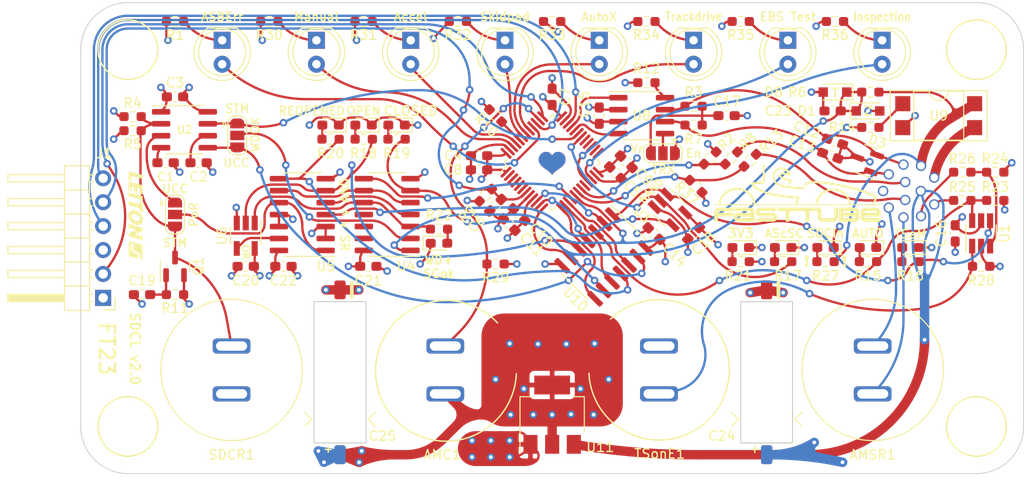
<source format=kicad_pcb>
(kicad_pcb (version 20211014) (generator pcbnew)

  (general
    (thickness 1.6)
  )

  (paper "A4")
  (layers
    (0 "F.Cu" signal)
    (1 "In1.Cu" power "GND.Cu")
    (2 "In2.Cu" power "3V3.Cu")
    (31 "B.Cu" signal)
    (33 "F.Adhes" user "F.Adhesive")
    (35 "F.Paste" user)
    (37 "F.SilkS" user "F.Silkscreen")
    (38 "B.Mask" user)
    (39 "F.Mask" user)
    (40 "Dwgs.User" user "User.Drawings")
    (41 "Cmts.User" user "User.Comments")
    (42 "Eco1.User" user "User.Eco1")
    (43 "Eco2.User" user "User.Eco2")
    (44 "Edge.Cuts" user)
    (45 "Margin" user)
    (46 "B.CrtYd" user "B.Courtyard")
    (47 "F.CrtYd" user "F.Courtyard")
    (49 "F.Fab" user)
  )

  (setup
    (stackup
      (layer "F.SilkS" (type "Top Silk Screen"))
      (layer "F.Paste" (type "Top Solder Paste"))
      (layer "F.Mask" (type "Top Solder Mask") (thickness 0.01))
      (layer "F.Cu" (type "copper") (thickness 0.035))
      (layer "dielectric 1" (type "core") (thickness 0.48) (material "FR4") (epsilon_r 4.5) (loss_tangent 0.02))
      (layer "In1.Cu" (type "copper") (thickness 0.035))
      (layer "dielectric 2" (type "prepreg") (thickness 0.48) (material "FR4") (epsilon_r 4.5) (loss_tangent 0.02))
      (layer "In2.Cu" (type "copper") (thickness 0.035))
      (layer "dielectric 3" (type "core") (thickness 0.48) (material "FR4") (epsilon_r 4.5) (loss_tangent 0.02))
      (layer "B.Cu" (type "copper") (thickness 0.035))
      (layer "B.Mask" (type "Bottom Solder Mask") (thickness 0.01))
      (copper_finish "None")
      (dielectric_constraints no)
    )
    (pad_to_mask_clearance 0)
    (pcbplotparams
      (layerselection 0x00010e0_ffffffff)
      (disableapertmacros false)
      (usegerberextensions false)
      (usegerberattributes true)
      (usegerberadvancedattributes true)
      (creategerberjobfile true)
      (svguseinch false)
      (svgprecision 6)
      (excludeedgelayer true)
      (plotframeref false)
      (viasonmask false)
      (mode 1)
      (useauxorigin false)
      (hpglpennumber 1)
      (hpglpenspeed 20)
      (hpglpendiameter 15.000000)
      (dxfpolygonmode true)
      (dxfimperialunits true)
      (dxfusepcbnewfont true)
      (psnegative false)
      (psa4output false)
      (plotreference true)
      (plotvalue true)
      (plotinvisibletext false)
      (sketchpadsonfab false)
      (subtractmaskfromsilk false)
      (outputformat 1)
      (mirror false)
      (drillshape 0)
      (scaleselection 1)
      (outputdirectory "export/")
    )
  )

  (net 0 "")
  (net 1 "GND")
  (net 2 "NRST")
  (net 3 "+12V")
  (net 4 "AMC")
  (net 5 "TRACESWO")
  (net 6 "SWDIO")
  (net 7 "SWCLK")
  (net 8 "Net-(R12-Pad1)")
  (net 9 "AMSRin")
  (net 10 "AMSRout")
  (net 11 "+3.3V")
  (net 12 "/CAN TRX/CAN_H")
  (net 13 "/CAN TRX/CAN_L")
  (net 14 "Net-(C19-Pad1)")
  (net 15 "/Connections/SDC_in_3V3")
  (net 16 "Net-(D2-Pad1)")
  (net 17 "Net-(D4-Pad2)")
  (net 18 "/Backup AMI/AMI0")
  (net 19 "Net-(D15-Pad1)")
  (net 20 "/Backup AMI/AMI1")
  (net 21 "Net-(D16-Pad1)")
  (net 22 "/Backup AMI/AMI2")
  (net 23 "Net-(D17-Pad1)")
  (net 24 "/Backup AMI/AMI3")
  (net 25 "Net-(D18-Pad1)")
  (net 26 "/Backup AMI/AMI4")
  (net 27 "Net-(D19-Pad1)")
  (net 28 "/Backup AMI/AMI5")
  (net 29 "Net-(D20-Pad1)")
  (net 30 "/Backup AMI/AMI6")
  (net 31 "Net-(J2-Pad1)")
  (net 32 "Net-(J2-Pad9)")
  (net 33 "Net-(R14-Pad2)")
  (net 34 "Net-(D5-Pad2)")
  (net 35 "Net-(D6-Pad2)")
  (net 36 "Net-(D7-Pad2)")
  (net 37 "Net-(D9-Pad2)")
  (net 38 "Net-(D10-Pad2)")
  (net 39 "Net-(D11-Pad2)")
  (net 40 "Net-(D12-Pad2)")
  (net 41 "Net-(D13-Pad2)")
  (net 42 "/Non-Programmable Logic/~{WDO}")
  (net 43 "/Non-Programmable Logic/RP")
  (net 44 "/Non-Programmable Logic/WP")
  (net 45 "/Controller/TS_activate_MUXed")
  (net 46 "/Non-Programmable Logic/close_while_allowed")
  (net 47 "/Non-Programmable Logic/~{reset_all}")
  (net 48 "/Non-Programmable Logic/closing_allowed")
  (net 49 "/Non-Programmable Logic/~{reopen}")
  (net 50 "/Non-Programmable Logic/WD_and_SDCin_ok")
  (net 51 "/Non-Programmable Logic/~{try_close}")
  (net 52 "Net-(J2-Pad11)")
  (net 53 "Net-(J2-Pad12)")
  (net 54 "Net-(JPPoR1-Pad1)")
  (net 55 "/Connections/SDC_out")
  (net 56 "/Connections/SDC_in")
  (net 57 "/Connections/TS_activate_dash")
  (net 58 "/Controller/Watchdog")
  (net 59 "WD_OK")
  (net 60 "/CAN TRX/CAN_TX")
  (net 61 "/CAN TRX/CAN_RX")
  (net 62 "Net-(D14-Pad1)")
  (net 63 "/Connections/ASMS")
  (net 64 "/Buttons/~{SDC_reset}")
  (net 65 "/Controller/AS_close_SDC")
  (net 66 "CLOSED")
  (net 67 "INITIAL_OPEN")
  (net 68 "REOPENED")
  (net 69 "/Buttons/TS_activate_ext")
  (net 70 "/Controller/SDC_is_ready")
  (net 71 "unconnected-(U7-Pad3)")
  (net 72 "unconnected-(U7-Pad4)")
  (net 73 "unconnected-(U7-Pad5)")
  (net 74 "Net-(U10-Pad2)")
  (net 75 "Net-(U10-Pad4)")
  (net 76 "Net-(U10-Pad6)")
  (net 77 "Net-(U10-Pad8)")
  (net 78 "Net-(U10-Pad10)")
  (net 79 "Net-(U10-Pad12)")
  (net 80 "unconnected-(U7-Pad20)")
  (net 81 "unconnected-(U7-Pad25)")
  (net 82 "unconnected-(U7-Pad26)")
  (net 83 "unconnected-(U7-Pad27)")
  (net 84 "unconnected-(U7-Pad28)")
  (net 85 "/CAN TRX/Vref")
  (net 86 "Net-(JP1-Pad2)")
  (net 87 "unconnected-(U4-Pad11)")
  (net 88 "unconnected-(U4-Pad12)")
  (net 89 "unconnected-(U4-Pad13)")
  (net 90 "LV_SENSE_2")
  (net 91 "LV_SENSE_1")
  (net 92 "unconnected-(U7-Pad29)")
  (net 93 "unconnected-(U7-Pad6)")
  (net 94 "/Controller/asb_error")
  (net 95 "Net-(R10-Pad1)")
  (net 96 "unconnected-(U7-Pad2)")

  (footprint "Capacitor_SMD:C_0603_1608Metric_Pad1.08x0.95mm_HandSolder" (layer "F.Cu") (at 109 67))

  (footprint "Capacitor_SMD:C_0603_1608Metric_Pad1.08x0.95mm_HandSolder" (layer "F.Cu") (at 112.5 67))

  (footprint "Capacitor_SMD:C_0603_1608Metric_Pad1.08x0.95mm_HandSolder" (layer "F.Cu") (at 110 60 180))

  (footprint "Capacitor_SMD:C_0603_1608Metric_Pad1.08x0.95mm_HandSolder" (layer "F.Cu") (at 142.25 66.25 180))

  (footprint "Capacitor_SMD:C_0603_1608Metric_Pad1.08x0.95mm_HandSolder" (layer "F.Cu") (at 156.717515 68.06066 -45))

  (footprint "Capacitor_SMD:C_0603_1608Metric_Pad1.08x0.95mm_HandSolder" (layer "F.Cu") (at 144 71.5 -135))

  (footprint "Capacitor_SMD:C_0603_1608Metric_Pad1.08x0.95mm_HandSolder" (layer "F.Cu") (at 150 60 90))

  (footprint "Capacitor_SMD:C_0603_1608Metric_Pad1.08x0.95mm_HandSolder" (layer "F.Cu") (at 142.25 67.75 180))

  (footprint "Capacitor_SMD:C_0603_1608Metric_Pad1.08x0.95mm_HandSolder" (layer "F.Cu") (at 157.867538 66.897577 -45))

  (footprint "Capacitor_SMD:C_0603_1608Metric_Pad1.08x0.95mm_HandSolder" (layer "F.Cu") (at 146.5 72.5 135))

  (footprint "Capacitor_SMD:C_0603_1608Metric_Pad1.08x0.95mm_HandSolder" (layer "F.Cu") (at 145.43934 73.56066 135))

  (footprint "Capacitor_SMD:C_0603_1608Metric_Pad1.08x0.95mm_HandSolder" (layer "F.Cu") (at 180 64.75 -20))

  (footprint "Capacitor_SMD:C_0603_1608Metric_Pad1.08x0.95mm_HandSolder" (layer "F.Cu") (at 179.5 66.25 160))

  (footprint "Package_TO_SOT_SMD:SOT-23-5_HandSoldering" (layer "F.Cu") (at 162.5 72 -45))

  (footprint "Capacitor_SMD:C_0603_1608Metric_Pad1.08x0.95mm_HandSolder" (layer "F.Cu") (at 155 62 90))

  (footprint "Package_TO_SOT_SMD:SOT-23-5_HandSoldering" (layer "F.Cu") (at 117.5 74.75 -90))

  (footprint "Resistor_SMD:R_0603_1608Metric_Pad0.98x0.95mm_HandSolder" (layer "F.Cu") (at 105.5 62.1))

  (footprint "Resistor_SMD:R_0603_1608Metric_Pad0.98x0.95mm_HandSolder" (layer "F.Cu") (at 105.5 63.6 180))

  (footprint "Resistor_SMD:R_0603_1608Metric_Pad0.98x0.95mm_HandSolder" (layer "F.Cu") (at 183.75 59.5 180))

  (footprint "Resistor_SMD:R_0603_1608Metric_Pad0.98x0.95mm_HandSolder" (layer "F.Cu") (at 142.93934 70.43934 45))

  (footprint "Resistor_SMD:R_0603_1608Metric_Pad0.98x0.95mm_HandSolder" (layer "F.Cu") (at 144 62 135))

  (footprint "Resistor_SMD:R_0603_1608Metric_Pad0.98x0.95mm_HandSolder" (layer "F.Cu") (at 160 58.5 180))

  (footprint "Package_TO_SOT_SMD:SOT-23-6_Handsoldering" (layer "F.Cu") (at 195.5 74.5 90))

  (footprint "Package_SO:SOIC-8_3.9x4.9mm_P1.27mm" (layer "F.Cu") (at 111 63.5))

  (footprint "Package_SO:SOIC-14_3.9x8.7mm_P1.27mm" (layer "F.Cu") (at 132.5 72.5 180))

  (footprint "Package_SO:SOIC-14_3.9x8.7mm_P1.27mm" (layer "F.Cu") (at 123.5 72.503922 180))

  (footprint "Package_QFP:LQFP-48_7x7mm_P0.5mm" (layer "F.Cu") (at 150 67 45))

  (footprint "Package_SO:SOIC-8_3.9x4.9mm_P1.27mm" (layer "F.Cu") (at 159.5 62))

  (footprint "Resistor_SMD:R_0603_1608Metric_Pad0.98x0.95mm_HandSolder" (layer "F.Cu") (at 183.75 63.25))

  (footprint "Package_DIP:DIP-4_W7.62mm_SMDSocket_SmallPads" (layer "F.Cu") (at 191 62))

  (footprint "Capacitor_SMD:C_0603_1608Metric_Pad1.08x0.95mm_HandSolder" (layer "F.Cu") (at 192.75 74.5 90))

  (footprint "Capacitor_SMD:C_0603_1608Metric_Pad1.08x0.95mm_HandSolder" (layer "F.Cu") (at 165 74.5 45))

  (footprint "Capacitor_SMD:C_0603_1608Metric_Pad1.08x0.95mm_HandSolder" (layer "F.Cu") (at 117.5 78))

  (footprint "Capacitor_SMD:C_0603_1608Metric_Pad1.08x0.95mm_HandSolder" (layer "F.Cu") (at 130.5 78 180))

  (footprint "Capacitor_SMD:C_0603_1608Metric_Pad1.08x0.95mm_HandSolder" (layer "F.Cu") (at 121.5 78 180))

  (footprint "Diode_SMD:D_0603_1608Metric_Pad1.05x0.95mm_HandSolder" (layer "F.Cu") (at 183.5 76 180))

  (footprint "Diode_SMD:D_0603_1608Metric_Pad1.05x0.95mm_HandSolder" (layer "F.Cu") (at 188 76 180))

  (footprint "Diode_SMD:D_0603_1608Metric_Pad1.05x0.95mm_HandSolder" (layer "F.Cu") (at 174.5 76 180))

  (footprint "Diode_SMD:D_0603_1608Metric_Pad1.05x0.95mm_HandSolder" (layer "F.Cu") (at 130 63 180))

  (footprint "Diode_SMD:D_0603_1608Metric_Pad1.05x0.95mm_HandSolder" (layer "F.Cu") (at 133.5 63 180))

  (footprint "Diode_SMD:D_0603_1608Metric_Pad1.05x0.95mm_HandSolder" (layer "F.Cu") (at 126.5 63 180))

  (footprint "Diode_SMD:D_0603_1608Metric_Pad1.05x0.95mm_HandSolder" (layer "F.Cu") (at 170 76 180))

  (footprint "Resistor_SMD:R_0603_1608Metric_Pad0.98x0.95mm_HandSolder" (layer "F.Cu") (at 183.5 77.5 180))

  (footprint "Resistor_SMD:R_0603_1608Metric_Pad0.98x0.95mm_HandSolder" (layer "F.Cu") (at 188 77.5))

  (footprint "Diode_SMD:D_0603_1608Metric_Pad1.05x0.95mm_HandSolder" (layer "F.Cu") (at 138 75.545))

  (footprint "Resistor_SMD:R_0603_1608Metric_Pad0.98x0.95mm_HandSolder" (layer "F.Cu") (at 174.5 77.5 180))

  (footprint "Resistor_SMD:R_0603_1608Metric_Pad0.98x0.95mm_HandSolder" (layer "F.Cu") (at 130.016666 64.5 180))

  (footprint "Resistor_SMD:R_0603_1608Metric_Pad0.98x0.95mm_HandSolder" (layer "F.Cu") (at 133.5 64.5 180))

  (footprint "Resistor_SMD:R_0603_1608Metric_Pad0.98x0.95mm_HandSolder" (layer "F.Cu") (at 126.5 64.5 180))

  (footprint "Resistor_SMD:R_0603_1608Metric_Pad0.98x0.95mm_HandSolder" (layer "F.Cu") (at 170 77.5 180))

  (footprint "Resistor_SMD:R_0603_1608Metric_Pad0.98x0.95mm_HandSolder" (layer "F.Cu") (at 138 74.045 180))

  (footprint "Capacitor_SMD:C_0603_1608Metric_Pad1.08x0.95mm_HandSolder" (layer "F.Cu") (at 179.75 61.5))

  (footprint "Diode_SMD:D_SOD-323_HandSoldering" (layer "F.Cu") (at 180 59.5 180))

  (footprint "MountingHole:MountingHole_3.2mm_M3" (layer "F.Cu")
    (tedit 56D1B4CB) (tstamp 00000000-0000-0000-0000-000061bee488)
    (at 105 55 180)
    (descr "Mounting Hole 3.2mm, no annular, M3")
    (tags "mounting hole 3.2mm no annular m3")
    (property "Sheetfile" "connections.kicad_sch")
    (property "Sheetname" "Connections")
    (path "/00000000-0000-0000-0000-000061bba8ea/00000000-0000-0000-0000-000061bd2819")
    (attr exclude_from_pos_files)
    (fp_text reference "H1" (at 0 -4.2) (layer "F.SilkS") hide
      (effects (font (size 1 1) (thickness 0.15)))
      (tstamp 47fadd5d-e63f-4824-9b10-de5d2fb6df9a)
    )
    (fp_text value "MountingHole" (at 0 4.2) (layer "F.Fab")
      (effects (font (size 1 1) (thickness 0.15)
... [1298363 chars truncated]
</source>
